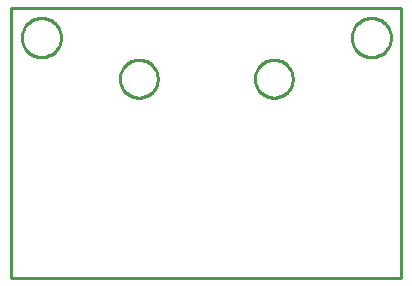
<source format=gbr>
G04 EAGLE Gerber RS-274X export*
G75*
%MOMM*%
%FSLAX34Y34*%
%LPD*%
%IN*%
%IPPOS*%
%AMOC8*
5,1,8,0,0,1.08239X$1,22.5*%
G01*
%ADD10C,0.254000*%


D10*
X0Y0D02*
X330200Y0D01*
X330200Y228600D01*
X0Y228600D01*
X0Y0D01*
X206250Y168974D02*
X206319Y170019D01*
X206455Y171058D01*
X206660Y172085D01*
X206931Y173097D01*
X207267Y174089D01*
X207668Y175057D01*
X208132Y175996D01*
X208656Y176904D01*
X209238Y177775D01*
X209875Y178606D01*
X210566Y179393D01*
X211307Y180134D01*
X212094Y180825D01*
X212925Y181463D01*
X213796Y182045D01*
X214704Y182568D01*
X215643Y183032D01*
X216611Y183433D01*
X217603Y183769D01*
X218615Y184040D01*
X219642Y184245D01*
X220681Y184382D01*
X221726Y184450D01*
X222774Y184450D01*
X223819Y184382D01*
X224858Y184245D01*
X225885Y184040D01*
X226897Y183769D01*
X227889Y183433D01*
X228857Y183032D01*
X229796Y182568D01*
X230704Y182045D01*
X231575Y181463D01*
X232406Y180825D01*
X233193Y180134D01*
X233934Y179393D01*
X234625Y178606D01*
X235263Y177775D01*
X235845Y176904D01*
X236368Y175996D01*
X236832Y175057D01*
X237233Y174089D01*
X237569Y173097D01*
X237840Y172085D01*
X238045Y171058D01*
X238182Y170019D01*
X238250Y168974D01*
X238250Y167926D01*
X238182Y166881D01*
X238045Y165842D01*
X237840Y164815D01*
X237569Y163803D01*
X237233Y162811D01*
X236832Y161843D01*
X236368Y160904D01*
X235845Y159996D01*
X235263Y159125D01*
X234625Y158294D01*
X233934Y157507D01*
X233193Y156766D01*
X232406Y156075D01*
X231575Y155438D01*
X230704Y154856D01*
X229796Y154332D01*
X228857Y153868D01*
X227889Y153467D01*
X226897Y153131D01*
X225885Y152860D01*
X224858Y152655D01*
X223819Y152519D01*
X222774Y152450D01*
X221726Y152450D01*
X220681Y152519D01*
X219642Y152655D01*
X218615Y152860D01*
X217603Y153131D01*
X216611Y153467D01*
X215643Y153868D01*
X214704Y154332D01*
X213796Y154856D01*
X212925Y155438D01*
X212094Y156075D01*
X211307Y156766D01*
X210566Y157507D01*
X209875Y158294D01*
X209238Y159125D01*
X208656Y159996D01*
X208132Y160904D01*
X207668Y161843D01*
X207267Y162811D01*
X206931Y163803D01*
X206660Y164815D01*
X206455Y165842D01*
X206319Y166881D01*
X206250Y167926D01*
X206250Y168974D01*
X91950Y168974D02*
X92019Y170019D01*
X92155Y171058D01*
X92360Y172085D01*
X92631Y173097D01*
X92967Y174089D01*
X93368Y175057D01*
X93832Y175996D01*
X94356Y176904D01*
X94938Y177775D01*
X95575Y178606D01*
X96266Y179393D01*
X97007Y180134D01*
X97794Y180825D01*
X98625Y181463D01*
X99496Y182045D01*
X100404Y182568D01*
X101343Y183032D01*
X102311Y183433D01*
X103303Y183769D01*
X104315Y184040D01*
X105342Y184245D01*
X106381Y184382D01*
X107426Y184450D01*
X108474Y184450D01*
X109519Y184382D01*
X110558Y184245D01*
X111585Y184040D01*
X112597Y183769D01*
X113589Y183433D01*
X114557Y183032D01*
X115496Y182568D01*
X116404Y182045D01*
X117275Y181463D01*
X118106Y180825D01*
X118893Y180134D01*
X119634Y179393D01*
X120325Y178606D01*
X120963Y177775D01*
X121545Y176904D01*
X122068Y175996D01*
X122532Y175057D01*
X122933Y174089D01*
X123269Y173097D01*
X123540Y172085D01*
X123745Y171058D01*
X123882Y170019D01*
X123950Y168974D01*
X123950Y167926D01*
X123882Y166881D01*
X123745Y165842D01*
X123540Y164815D01*
X123269Y163803D01*
X122933Y162811D01*
X122532Y161843D01*
X122068Y160904D01*
X121545Y159996D01*
X120963Y159125D01*
X120325Y158294D01*
X119634Y157507D01*
X118893Y156766D01*
X118106Y156075D01*
X117275Y155438D01*
X116404Y154856D01*
X115496Y154332D01*
X114557Y153868D01*
X113589Y153467D01*
X112597Y153131D01*
X111585Y152860D01*
X110558Y152655D01*
X109519Y152519D01*
X108474Y152450D01*
X107426Y152450D01*
X106381Y152519D01*
X105342Y152655D01*
X104315Y152860D01*
X103303Y153131D01*
X102311Y153467D01*
X101343Y153868D01*
X100404Y154332D01*
X99496Y154856D01*
X98625Y155438D01*
X97794Y156075D01*
X97007Y156766D01*
X96266Y157507D01*
X95575Y158294D01*
X94938Y159125D01*
X94356Y159996D01*
X93832Y160904D01*
X93368Y161843D01*
X92967Y162811D01*
X92631Y163803D01*
X92360Y164815D01*
X92155Y165842D01*
X92019Y166881D01*
X91950Y167926D01*
X91950Y168974D01*
X321310Y202660D02*
X321239Y201581D01*
X321098Y200509D01*
X320887Y199449D01*
X320608Y198405D01*
X320260Y197381D01*
X319846Y196383D01*
X319368Y195413D01*
X318828Y194477D01*
X318227Y193578D01*
X317569Y192721D01*
X316857Y191908D01*
X316092Y191144D01*
X315279Y190431D01*
X314422Y189773D01*
X313523Y189172D01*
X312587Y188632D01*
X311617Y188154D01*
X310619Y187740D01*
X309595Y187392D01*
X308551Y187113D01*
X307491Y186902D01*
X306419Y186761D01*
X305340Y186690D01*
X304260Y186690D01*
X303181Y186761D01*
X302109Y186902D01*
X301049Y187113D01*
X300005Y187392D01*
X298981Y187740D01*
X297983Y188154D01*
X297013Y188632D01*
X296077Y189172D01*
X295178Y189773D01*
X294321Y190431D01*
X293508Y191144D01*
X292744Y191908D01*
X292031Y192721D01*
X291373Y193578D01*
X290772Y194477D01*
X290232Y195413D01*
X289754Y196383D01*
X289340Y197381D01*
X288992Y198405D01*
X288713Y199449D01*
X288502Y200509D01*
X288361Y201581D01*
X288290Y202660D01*
X288290Y203740D01*
X288361Y204819D01*
X288502Y205891D01*
X288713Y206951D01*
X288992Y207995D01*
X289340Y209019D01*
X289754Y210017D01*
X290232Y210987D01*
X290772Y211923D01*
X291373Y212822D01*
X292031Y213679D01*
X292744Y214492D01*
X293508Y215257D01*
X294321Y215969D01*
X295178Y216627D01*
X296077Y217228D01*
X297013Y217768D01*
X297983Y218246D01*
X298981Y218660D01*
X300005Y219008D01*
X301049Y219287D01*
X302109Y219498D01*
X303181Y219639D01*
X304260Y219710D01*
X305340Y219710D01*
X306419Y219639D01*
X307491Y219498D01*
X308551Y219287D01*
X309595Y219008D01*
X310619Y218660D01*
X311617Y218246D01*
X312587Y217768D01*
X313523Y217228D01*
X314422Y216627D01*
X315279Y215969D01*
X316092Y215257D01*
X316857Y214492D01*
X317569Y213679D01*
X318227Y212822D01*
X318828Y211923D01*
X319368Y210987D01*
X319846Y210017D01*
X320260Y209019D01*
X320608Y207995D01*
X320887Y206951D01*
X321098Y205891D01*
X321239Y204819D01*
X321310Y203740D01*
X321310Y202660D01*
X41910Y202660D02*
X41839Y201581D01*
X41698Y200509D01*
X41487Y199449D01*
X41208Y198405D01*
X40860Y197381D01*
X40446Y196383D01*
X39968Y195413D01*
X39428Y194477D01*
X38827Y193578D01*
X38169Y192721D01*
X37457Y191908D01*
X36692Y191144D01*
X35879Y190431D01*
X35022Y189773D01*
X34123Y189172D01*
X33187Y188632D01*
X32217Y188154D01*
X31219Y187740D01*
X30195Y187392D01*
X29151Y187113D01*
X28091Y186902D01*
X27019Y186761D01*
X25940Y186690D01*
X24860Y186690D01*
X23781Y186761D01*
X22709Y186902D01*
X21649Y187113D01*
X20605Y187392D01*
X19581Y187740D01*
X18583Y188154D01*
X17613Y188632D01*
X16677Y189172D01*
X15778Y189773D01*
X14921Y190431D01*
X14108Y191144D01*
X13344Y191908D01*
X12631Y192721D01*
X11973Y193578D01*
X11372Y194477D01*
X10832Y195413D01*
X10354Y196383D01*
X9940Y197381D01*
X9592Y198405D01*
X9313Y199449D01*
X9102Y200509D01*
X8961Y201581D01*
X8890Y202660D01*
X8890Y203740D01*
X8961Y204819D01*
X9102Y205891D01*
X9313Y206951D01*
X9592Y207995D01*
X9940Y209019D01*
X10354Y210017D01*
X10832Y210987D01*
X11372Y211923D01*
X11973Y212822D01*
X12631Y213679D01*
X13344Y214492D01*
X14108Y215257D01*
X14921Y215969D01*
X15778Y216627D01*
X16677Y217228D01*
X17613Y217768D01*
X18583Y218246D01*
X19581Y218660D01*
X20605Y219008D01*
X21649Y219287D01*
X22709Y219498D01*
X23781Y219639D01*
X24860Y219710D01*
X25940Y219710D01*
X27019Y219639D01*
X28091Y219498D01*
X29151Y219287D01*
X30195Y219008D01*
X31219Y218660D01*
X32217Y218246D01*
X33187Y217768D01*
X34123Y217228D01*
X35022Y216627D01*
X35879Y215969D01*
X36692Y215257D01*
X37457Y214492D01*
X38169Y213679D01*
X38827Y212822D01*
X39428Y211923D01*
X39968Y210987D01*
X40446Y210017D01*
X40860Y209019D01*
X41208Y207995D01*
X41487Y206951D01*
X41698Y205891D01*
X41839Y204819D01*
X41910Y203740D01*
X41910Y202660D01*
M02*

</source>
